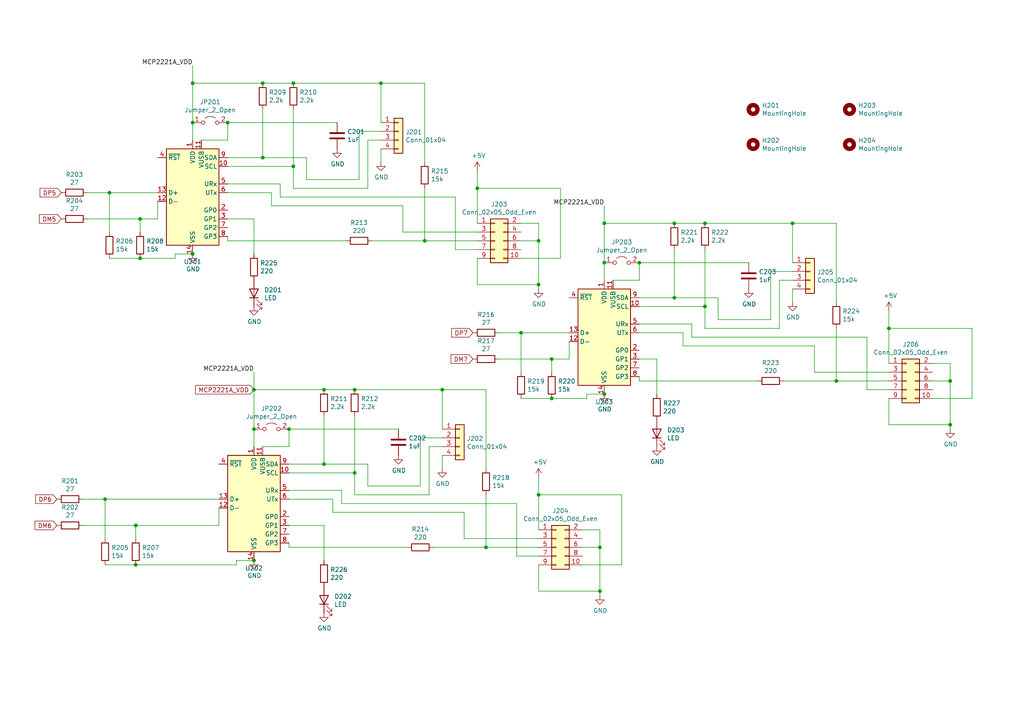
<source format=kicad_sch>
(kicad_sch (version 20211123) (generator eeschema)
  (paper "A4")
  (lib_symbols
    (symbol "445project_hub-rescue:MCP2221AxSL-Interface_USB-445project_hub-rescue-445project_hub-rescue"
      (property "Reference" "U" (at -7.62 16.51 0))
      (property "Value" "MCP2221AxSL-Interface_USB-445project_hub-rescue-445project_hub-rescue" (at 12.7 16.51 0))
      (symbol "MCP2221AxSL-Interface_USB-445project_hub-rescue-445project_hub-rescue_0_1"
        (rectangle (start -7.62 15.24) (end 7.62 -12.7) (stroke (width 0.254)) (fill (type background)))
      )
      (symbol "MCP2221AxSL-Interface_USB-445project_hub-rescue-445project_hub-rescue_1_1"
        (pin power_in line (at 0 17.78 270) (length 2.54) (name "VDD") (number "1"))
        (pin bidirectional line (at 10.16 10.16 180) (length 2.54) (name "SCL") (number "10"))
        (pin passive line (at 2.54 17.78 270) (length 2.54) (name "VUSB") (number "11"))
        (pin bidirectional line (at -10.16 0 0) (length 2.54) (name "D-") (number "12"))
        (pin bidirectional line (at -10.16 2.54 0) (length 2.54) (name "D+") (number "13"))
        (pin power_in line (at 0 -15.24 90) (length 2.54) (name "VSS") (number "14"))
        (pin bidirectional line (at 10.16 -2.54 180) (length 2.54) (name "GP0") (number "2"))
        (pin bidirectional line (at 10.16 -5.08 180) (length 2.54) (name "GP1") (number "3"))
        (pin input line (at -10.16 12.7 0) (length 2.54) (name "~{RST}") (number "4"))
        (pin input line (at 10.16 5.08 180) (length 2.54) (name "URx") (number "5"))
        (pin output line (at 10.16 2.54 180) (length 2.54) (name "UTx") (number "6"))
        (pin bidirectional line (at 10.16 -7.62 180) (length 2.54) (name "GP2") (number "7"))
        (pin bidirectional line (at 10.16 -10.16 180) (length 2.54) (name "GP3") (number "8"))
        (pin bidirectional line (at 10.16 12.7 180) (length 2.54) (name "SDA") (number "9"))
      )
    )
    (symbol "Connector_Generic:Conn_01x04" (pin_names (offset 1.016) hide)
      (property "Reference" "J" (at 0 5.08 0))
      (property "Value" "Conn_01x04" (at 0 -7.62 0))
      (symbol "Conn_01x04_1_1"
        (rectangle (start -1.27 -4.953) (end 0 -5.207) (stroke (width 0.1524)))
        (rectangle (start -1.27 -2.413) (end 0 -2.667) (stroke (width 0.1524)))
        (rectangle (start -1.27 0.127) (end 0 -0.127) (stroke (width 0.1524)))
        (rectangle (start -1.27 2.667) (end 0 2.413) (stroke (width 0.1524)))
        (rectangle (start -1.27 3.81) (end 1.27 -6.35) (stroke (width 0.254)) (fill (type background)))
        (pin passive line (at -5.08 2.54 0) (length 3.81) (name "Pin_1") (number "1"))
        (pin passive line (at -5.08 0 0) (length 3.81) (name "Pin_2") (number "2"))
        (pin passive line (at -5.08 -2.54 0) (length 3.81) (name "Pin_3") (number "3"))
        (pin passive line (at -5.08 -5.08 0) (length 3.81) (name "Pin_4") (number "4"))
      )
    )
    (symbol "Connector_Generic:Conn_02x05_Odd_Even" (pin_names (offset 1.016) hide)
      (property "Reference" "J" (at 1.27 7.62 0))
      (property "Value" "Conn_02x05_Odd_Even" (at 1.27 -7.62 0))
      (symbol "Conn_02x05_Odd_Even_1_1"
        (rectangle (start -1.27 -4.953) (end 0 -5.207) (stroke (width 0.1524)))
        (rectangle (start -1.27 -2.413) (end 0 -2.667) (stroke (width 0.1524)))
        (rectangle (start -1.27 0.127) (end 0 -0.127) (stroke (width 0.1524)))
        (rectangle (start -1.27 2.667) (end 0 2.413) (stroke (width 0.1524)))
        (rectangle (start -1.27 5.207) (end 0 4.953) (stroke (width 0.1524)))
        (rectangle (start -1.27 6.35) (end 3.81 -6.35) (stroke (width 0.254)) (fill (type background)))
        (rectangle (start 3.81 -4.953) (end 2.54 -5.207) (stroke (width 0.1524)))
        (rectangle (start 3.81 -2.413) (end 2.54 -2.667) (stroke (width 0.1524)))
        (rectangle (start 3.81 0.127) (end 2.54 -0.127) (stroke (width 0.1524)))
        (rectangle (start 3.81 2.667) (end 2.54 2.413) (stroke (width 0.1524)))
        (rectangle (start 3.81 5.207) (end 2.54 4.953) (stroke (width 0.1524)))
        (pin passive line (at -5.08 5.08 0) (length 3.81) (name "Pin_1") (number "1"))
        (pin passive line (at 7.62 -5.08 180) (length 3.81) (name "Pin_10") (number "10"))
        (pin passive line (at 7.62 5.08 180) (length 3.81) (name "Pin_2") (number "2"))
        (pin passive line (at -5.08 2.54 0) (length 3.81) (name "Pin_3") (number "3"))
        (pin passive line (at 7.62 2.54 180) (length 3.81) (name "Pin_4") (number "4"))
        (pin passive line (at -5.08 0 0) (length 3.81) (name "Pin_5") (number "5"))
        (pin passive line (at 7.62 0 180) (length 3.81) (name "Pin_6") (number "6"))
        (pin passive line (at -5.08 -2.54 0) (length 3.81) (name "Pin_7") (number "7"))
        (pin passive line (at 7.62 -2.54 180) (length 3.81) (name "Pin_8") (number "8"))
        (pin passive line (at -5.08 -5.08 0) (length 3.81) (name "Pin_9") (number "9"))
      )
    )
    (symbol "Device:C" (pin_numbers hide) (pin_names (offset 0.254))
      (property "Reference" "C" (at 0.635 2.54 0))
      (property "Value" "C" (at 0.635 -2.54 0))
      (symbol "C_0_1"
        (polyline (pts (xy -2.032 -0.762) (xy 2.032 -0.762)) (stroke (width 0.508)))
        (polyline (pts (xy -2.032 0.762) (xy 2.032 0.762)) (stroke (width 0.508)))
      )
      (symbol "C_1_1"
        (pin passive line (at 0 3.81 270) (length 2.794) (name "~") (number "1"))
        (pin passive line (at 0 -3.81 90) (length 2.794) (name "~") (number "2"))
      )
    )
    (symbol "Device:LED" (pin_numbers hide) (pin_names (offset 1.016) hide)
      (property "Reference" "D" (at 0 2.54 0))
      (property "Value" "LED" (at 0 -2.54 0))
      (symbol "LED_0_1"
        (polyline (pts (xy -1.27 -1.27) (xy -1.27 1.27)) (stroke (width 0.254)))
        (polyline (pts (xy -1.27 0) (xy 1.27 0)))
        (polyline (pts (xy 1.27 -1.27) (xy 1.27 1.27) (xy -1.27 0) (xy 1.27 -1.27)) (stroke (width 0.254)))
        (polyline (pts (xy -3.048 -0.762) (xy -4.572 -2.286) (xy -3.81 -2.286) (xy -4.572 -2.286) (xy -4.572 -1.524)))
        (polyline (pts (xy -1.778 -0.762) (xy -3.302 -2.286) (xy -2.54 -2.286) (xy -3.302 -2.286) (xy -3.302 -1.524)))
      )
      (symbol "LED_1_1"
        (pin passive line (at -3.81 0 0) (length 2.54) (name "K") (number "1"))
        (pin passive line (at 3.81 0 180) (length 2.54) (name "A") (number "2"))
      )
    )
    (symbol "Device:R" (pin_numbers hide) (pin_names (offset 0))
      (property "Reference" "R" (at 2.032 0 90))
      (property "Value" "R" (at 0 0 90))
      (symbol "R_0_1"
        (rectangle (start -1.016 -2.54) (end 1.016 2.54) (stroke (width 0.254)))
      )
      (symbol "R_1_1"
        (pin passive line (at 0 3.81 270) (length 1.27) (name "~") (number "1"))
        (pin passive line (at 0 -3.81 90) (length 1.27) (name "~") (number "2"))
      )
    )
    (symbol "Jumper:Jumper_2_Open" (pin_names (offset 0) hide)
      (property "Reference" "JP" (at 0 2.794 0))
      (property "Value" "Jumper_2_Open" (at 0 -2.286 0))
      (symbol "Jumper_2_Open_0_0"
        (circle (center -2.032 0) (radius 0.508))
        (circle (center 2.032 0) (radius 0.508))
      )
      (symbol "Jumper_2_Open_0_1"
        (arc (start 1.524 1.27) (mid 0 1.778) (end -1.524 1.27))
      )
      (symbol "Jumper_2_Open_1_1"
        (pin passive line (at -5.08 0 0) (length 2.54) (name "A") (number "1"))
        (pin passive line (at 5.08 0 180) (length 2.54) (name "B") (number "2"))
      )
    )
    (symbol "Mechanical:MountingHole" (pin_names (offset 1.016))
      (property "Reference" "H" (at 0 5.08 0))
      (property "Value" "MountingHole" (at 0 3.175 0))
      (symbol "MountingHole_0_1"
        (circle (center 0 0) (radius 1.27) (stroke (width 1.27)))
      )
    )
    (symbol "power:+5V" (power) (pin_names (offset 0))
      (property "Value" "+5V" (at 0 3.556 0))
      (symbol "+5V_0_1"
        (polyline (pts (xy -0.762 1.27) (xy 0 2.54)))
        (polyline (pts (xy 0 0) (xy 0 2.54)))
        (polyline (pts (xy 0 2.54) (xy 0.762 1.27)))
      )
      (symbol "+5V_1_1"
        (pin power_in line (at 0 0 90) (length 0) hide (name "+5V") (number "1"))
      )
    )
    (symbol "power:GND" (power) (pin_names (offset 0))
      (property "Value" "GND" (at 0 -3.81 0))
      (symbol "GND_0_1"
        (polyline (pts (xy 0 0) (xy 0 -1.27) (xy 1.27 -1.27) (xy 0 -2.54) (xy -1.27 -1.27) (xy 0 -1.27)))
      )
      (symbol "GND_1_1"
        (pin power_in line (at 0 0 270) (length 0) hide (name "GND") (number "1"))
      )
    )
  )
  (junction (at 204.47 64.77))
  (junction (at 76.2 45.72))
  (junction (at 85.09 48.26))
  (junction (at 123.19 69.85))
  (junction (at 156.21 143.51))
  (junction (at 30.48 144.78))
  (junction (at 275.59 110.49))
  (junction (at 93.98 113.03))
  (junction (at 242.57 110.49))
  (junction (at 76.2 24.13))
  (junction (at 102.87 113.03))
  (junction (at 73.66 124.46))
  (junction (at 66.04 35.56))
  (junction (at 195.58 86.36))
  (junction (at 151.13 96.52))
  (junction (at 138.43 54.61))
  (junction (at 110.49 24.13))
  (junction (at 229.87 64.77))
  (junction (at 175.26 76.2))
  (junction (at 160.02 104.14))
  (junction (at 55.88 73.66))
  (junction (at 173.99 171.45))
  (junction (at 185.42 76.2))
  (junction (at 73.66 113.03))
  (junction (at 160.02 115.57))
  (junction (at 55.88 35.56))
  (junction (at 85.09 24.13))
  (junction (at 39.37 152.4))
  (junction (at 73.66 162.56))
  (junction (at 31.75 55.88))
  (junction (at 128.27 113.03))
  (junction (at 55.88 24.13))
  (junction (at 140.97 158.75))
  (junction (at 39.37 163.83))
  (junction (at 257.81 95.25))
  (junction (at 275.59 123.19))
  (junction (at 93.98 134.62))
  (junction (at 156.21 82.55))
  (junction (at 83.82 124.46))
  (junction (at 173.99 158.75))
  (junction (at 40.64 74.93))
  (junction (at 156.21 69.85))
  (junction (at 204.47 88.9))
  (junction (at 175.26 114.3))
  (junction (at 40.64 63.5))
  (junction (at 175.26 64.77))
  (junction (at 102.87 137.16))
  (junction (at 195.58 64.77))
  (wire (pts (xy 106.68 134.62) (xy 106.68 140.97)))
  (wire (pts (xy 99.06 142.24) (xy 99.06 146.05)))
  (wire (pts (xy 25.4 63.5) (xy 40.64 63.5)))
  (wire (pts (xy 257.81 95.25) (xy 281.94 95.25)))
  (wire (pts (xy 156.21 153.67) (xy 156.21 143.51)))
  (wire (pts (xy 257.81 123.19) (xy 275.59 123.19)))
  (wire (pts (xy 229.87 64.77) (xy 229.87 76.2)))
  (wire (pts (xy 85.09 54.61) (xy 106.68 54.61)))
  (wire (pts (xy 257.81 95.25) (xy 257.81 90.17)))
  (wire (pts (xy 66.04 55.88) (xy 78.74 55.88)))
  (wire (pts (xy 168.91 158.75) (xy 173.99 158.75)))
  (wire (pts (xy 68.58 163.83) (xy 68.58 162.56)))
  (wire (pts (xy 180.34 163.83) (xy 168.91 163.83)))
  (wire (pts (xy 149.86 146.05) (xy 149.86 161.29)))
  (wire (pts (xy 226.06 95.25) (xy 226.06 81.28)))
  (wire (pts (xy 83.82 158.75) (xy 83.82 157.48)))
  (wire (pts (xy 190.5 104.14) (xy 185.42 104.14)))
  (wire (pts (xy 123.19 69.85) (xy 107.95 69.85)))
  (wire (pts (xy 134.62 156.21) (xy 134.62 148.59)))
  (wire (pts (xy 140.97 158.75) (xy 125.73 158.75)))
  (wire (pts (xy 73.66 73.66) (xy 73.66 63.5)))
  (wire (pts (xy 162.56 74.93) (xy 151.13 74.93)))
  (wire (pts (xy 76.2 45.72) (xy 88.9 45.72)))
  (wire (pts (xy 185.42 110.49) (xy 185.42 109.22)))
  (wire (pts (xy 195.58 86.36) (xy 208.28 86.36)))
  (wire (pts (xy 156.21 143.51) (xy 180.34 143.51)))
  (wire (pts (xy 173.99 172.72) (xy 173.99 171.45)))
  (wire (pts (xy 110.49 43.18) (xy 110.49 46.99)))
  (wire (pts (xy 55.88 19.05) (xy 55.88 24.13)))
  (wire (pts (xy 110.49 38.1) (xy 104.14 38.1)))
  (wire (pts (xy 185.42 86.36) (xy 195.58 86.36)))
  (wire (pts (xy 151.13 96.52) (xy 144.78 96.52)))
  (wire (pts (xy 257.81 110.49) (xy 242.57 110.49)))
  (wire (pts (xy 50.8 74.93) (xy 50.8 73.66)))
  (wire (pts (xy 175.26 64.77) (xy 175.26 76.2)))
  (wire (pts (xy 40.64 67.31) (xy 40.64 63.5)))
  (wire (pts (xy 30.48 156.21) (xy 30.48 144.78)))
  (wire (pts (xy 102.87 143.51) (xy 124.46 143.51)))
  (wire (pts (xy 73.66 113.03) (xy 73.66 124.46)))
  (wire (pts (xy 83.82 144.78) (xy 96.52 144.78)))
  (wire (pts (xy 275.59 105.41) (xy 270.51 105.41)))
  (wire (pts (xy 31.75 55.88) (xy 25.4 55.88)))
  (wire (pts (xy 76.2 45.72) (xy 76.2 31.75)))
  (wire (pts (xy 55.88 24.13) (xy 76.2 24.13)))
  (wire (pts (xy 200.66 93.98) (xy 200.66 97.79)))
  (wire (pts (xy 138.43 54.61) (xy 162.56 54.61)))
  (wire (pts (xy 138.43 74.93) (xy 138.43 82.55)))
  (wire (pts (xy 93.98 113.03) (xy 102.87 113.03)))
  (wire (pts (xy 185.42 88.9) (xy 204.47 88.9)))
  (wire (pts (xy 30.48 163.83) (xy 39.37 163.83)))
  (wire (pts (xy 156.21 143.51) (xy 156.21 138.43)))
  (wire (pts (xy 156.21 64.77) (xy 151.13 64.77)))
  (wire (pts (xy 229.87 78.74) (xy 223.52 78.74)))
  (wire (pts (xy 140.97 113.03) (xy 128.27 113.03)))
  (wire (pts (xy 195.58 64.77) (xy 204.47 64.77)))
  (wire (pts (xy 200.66 97.79) (xy 251.46 97.79)))
  (wire (pts (xy 173.99 171.45) (xy 173.99 158.75)))
  (wire (pts (xy 170.18 114.3) (xy 175.26 114.3)))
  (wire (pts (xy 151.13 107.95) (xy 151.13 96.52)))
  (wire (pts (xy 144.78 104.14) (xy 160.02 104.14)))
  (wire (pts (xy 223.52 78.74) (xy 223.52 92.71)))
  (wire (pts (xy 88.9 52.07) (xy 104.14 52.07)))
  (wire (pts (xy 58.42 40.64) (xy 66.04 40.64)))
  (wire (pts (xy 132.08 57.15) (xy 132.08 72.39)))
  (wire (pts (xy 123.19 54.61) (xy 123.19 69.85)))
  (wire (pts (xy 31.75 74.93) (xy 40.64 74.93)))
  (wire (pts (xy 76.2 24.13) (xy 85.09 24.13)))
  (wire (pts (xy 195.58 86.36) (xy 195.58 72.39)))
  (wire (pts (xy 123.19 46.99) (xy 123.19 24.13)))
  (wire (pts (xy 226.06 81.28) (xy 229.87 81.28)))
  (wire (pts (xy 81.28 57.15) (xy 132.08 57.15)))
  (wire (pts (xy 83.82 142.24) (xy 99.06 142.24)))
  (wire (pts (xy 106.68 54.61) (xy 106.68 40.64)))
  (wire (pts (xy 76.2 129.54) (xy 83.82 129.54)))
  (wire (pts (xy 156.21 163.83) (xy 156.21 171.45)))
  (wire (pts (xy 66.04 53.34) (xy 81.28 53.34)))
  (wire (pts (xy 156.21 69.85) (xy 156.21 64.77)))
  (wire (pts (xy 102.87 113.03) (xy 128.27 113.03)))
  (wire (pts (xy 165.1 96.52) (xy 151.13 96.52)))
  (wire (pts (xy 242.57 87.63) (xy 242.57 64.77)))
  (wire (pts (xy 270.51 110.49) (xy 275.59 110.49)))
  (wire (pts (xy 204.47 95.25) (xy 204.47 88.9)))
  (wire (pts (xy 177.8 81.28) (xy 185.42 81.28)))
  (wire (pts (xy 156.21 156.21) (xy 134.62 156.21)))
  (wire (pts (xy 66.04 48.26) (xy 85.09 48.26)))
  (wire (pts (xy 165.1 104.14) (xy 160.02 104.14)))
  (wire (pts (xy 66.04 45.72) (xy 76.2 45.72)))
  (wire (pts (xy 93.98 134.62) (xy 106.68 134.62)))
  (wire (pts (xy 30.48 144.78) (xy 24.13 144.78)))
  (wire (pts (xy 275.59 110.49) (xy 275.59 105.41)))
  (wire (pts (xy 251.46 113.03) (xy 257.81 113.03)))
  (wire (pts (xy 242.57 64.77) (xy 229.87 64.77)))
  (wire (pts (xy 24.13 152.4) (xy 39.37 152.4)))
  (wire (pts (xy 190.5 114.3) (xy 190.5 104.14)))
  (wire (pts (xy 185.42 81.28) (xy 185.42 76.2)))
  (wire (pts (xy 96.52 144.78) (xy 96.52 148.59)))
  (wire (pts (xy 242.57 110.49) (xy 227.33 110.49)))
  (wire (pts (xy 104.14 38.1) (xy 104.14 52.07)))
  (wire (pts (xy 281.94 115.57) (xy 270.51 115.57)))
  (wire (pts (xy 175.26 64.77) (xy 195.58 64.77)))
  (wire (pts (xy 73.66 107.95) (xy 73.66 113.03)))
  (wire (pts (xy 73.66 113.03) (xy 93.98 113.03)))
  (wire (pts (xy 140.97 135.89) (xy 140.97 113.03)))
  (wire (pts (xy 165.1 104.14) (xy 165.1 99.06)))
  (wire (pts (xy 128.27 127) (xy 121.92 127)))
  (wire (pts (xy 39.37 163.83) (xy 68.58 163.83)))
  (wire (pts (xy 180.34 143.51) (xy 180.34 163.83)))
  (wire (pts (xy 257.81 115.57) (xy 257.81 123.19)))
  (wire (pts (xy 160.02 115.57) (xy 170.18 115.57)))
  (wire (pts (xy 85.09 24.13) (xy 110.49 24.13)))
  (wire (pts (xy 156.21 171.45) (xy 173.99 171.45)))
  (wire (pts (xy 151.13 69.85) (xy 156.21 69.85)))
  (wire (pts (xy 124.46 129.54) (xy 128.27 129.54)))
  (wire (pts (xy 160.02 107.95) (xy 160.02 104.14)))
  (wire (pts (xy 66.04 40.64) (xy 66.04 35.56)))
  (wire (pts (xy 66.04 69.85) (xy 66.04 68.58)))
  (wire (pts (xy 93.98 152.4) (xy 83.82 152.4)))
  (wire (pts (xy 242.57 95.25) (xy 242.57 110.49)))
  (wire (pts (xy 102.87 143.51) (xy 102.87 137.16)))
  (wire (pts (xy 138.43 82.55) (xy 156.21 82.55)))
  (wire (pts (xy 257.81 105.41) (xy 257.81 95.25)))
  (wire (pts (xy 175.26 59.69) (xy 175.26 64.77)))
  (wire (pts (xy 170.18 115.57) (xy 170.18 114.3)))
  (wire (pts (xy 31.75 67.31) (xy 31.75 55.88)))
  (wire (pts (xy 204.47 95.25) (xy 226.06 95.25)))
  (wire (pts (xy 83.82 134.62) (xy 93.98 134.62)))
  (wire (pts (xy 236.22 107.95) (xy 236.22 100.33)))
  (wire (pts (xy 55.88 24.13) (xy 55.88 35.56)))
  (wire (pts (xy 50.8 73.66) (xy 55.88 73.66)))
  (wire (pts (xy 162.56 54.61) (xy 162.56 74.93)))
  (wire (pts (xy 40.64 74.93) (xy 50.8 74.93)))
  (wire (pts (xy 185.42 93.98) (xy 200.66 93.98)))
  (wire (pts (xy 78.74 59.69) (xy 116.84 59.69)))
  (wire (pts (xy 151.13 115.57) (xy 160.02 115.57)))
  (wire (pts (xy 85.09 48.26) (xy 85.09 31.75)))
  (wire (pts (xy 156.21 82.55) (xy 156.21 69.85)))
  (wire (pts (xy 173.99 158.75) (xy 173.99 153.67)))
  (wire (pts (xy 198.12 100.33) (xy 236.22 100.33)))
  (wire (pts (xy 257.81 107.95) (xy 236.22 107.95)))
  (wire (pts (xy 149.86 161.29) (xy 156.21 161.29)))
  (wire (pts (xy 138.43 69.85) (xy 123.19 69.85)))
  (wire (pts (xy 100.33 69.85) (xy 66.04 69.85)))
  (wire (pts (xy 106.68 40.64) (xy 110.49 40.64)))
  (wire (pts (xy 219.71 110.49) (xy 185.42 110.49)))
  (wire (pts (xy 116.84 67.31) (xy 116.84 59.69)))
  (wire (pts (xy 124.46 143.51) (xy 124.46 129.54)))
  (wire (pts (xy 132.08 72.39) (xy 138.43 72.39)))
  (wire (pts (xy 88.9 45.72) (xy 88.9 52.07)))
  (wire (pts (xy 45.72 55.88) (xy 31.75 55.88)))
  (wire (pts (xy 73.66 63.5) (xy 66.04 63.5)))
  (wire (pts (xy 175.26 76.2) (xy 175.26 81.28)))
  (wire (pts (xy 156.21 83.82) (xy 156.21 82.55)))
  (wire (pts (xy 78.74 55.88) (xy 78.74 59.69)))
  (wire (pts (xy 128.27 113.03) (xy 128.27 124.46)))
  (wire (pts (xy 102.87 137.16) (xy 102.87 120.65)))
  (wire (pts (xy 204.47 88.9) (xy 204.47 72.39)))
  (wire (pts (xy 96.52 148.59) (xy 134.62 148.59)))
  (wire (pts (xy 138.43 64.77) (xy 138.43 54.61)))
  (wire (pts (xy 45.72 63.5) (xy 45.72 58.42)))
  (wire (pts (xy 39.37 156.21) (xy 39.37 152.4)))
  (wire (pts (xy 63.5 144.78) (xy 30.48 144.78)))
  (wire (pts (xy 208.28 86.36) (xy 208.28 92.71)))
  (wire (pts (xy 85.09 54.61) (xy 85.09 48.26)))
  (wire (pts (xy 45.72 63.5) (xy 40.64 63.5)))
  (wire (pts (xy 97.79 35.56) (xy 66.04 35.56)))
  (wire (pts (xy 118.11 158.75) (xy 83.82 158.75)))
  (wire (pts (xy 185.42 96.52) (xy 198.12 96.52)))
  (wire (pts (xy 121.92 127) (xy 121.92 140.97)))
  (wire (pts (xy 73.66 124.46) (xy 73.66 129.54)))
  (wire (pts (xy 138.43 54.61) (xy 138.43 49.53)))
  (wire (pts (xy 123.19 24.13) (xy 110.49 24.13)))
  (wire (pts (xy 110.49 24.13) (xy 110.49 35.56)))
  (wire (pts (xy 93.98 162.56) (xy 93.98 152.4)))
  (wire (pts (xy 106.68 140.97) (xy 121.92 140.97)))
  (wire (pts (xy 93.98 134.62) (xy 93.98 120.65)))
  (wire (pts (xy 281.94 95.25) (xy 281.94 115.57)))
  (wire (pts (xy 115.57 124.46) (xy 83.82 124.46)))
  (wire (pts (xy 81.28 53.34) (xy 81.28 57.15)))
  (wire (pts (xy 138.43 67.31) (xy 116.84 67.31)))
  (wire (pts (xy 251.46 97.79) (xy 251.46 113.03)))
  (wire (pts (xy 99.06 146.05) (xy 149.86 146.05)))
  (wire (pts (xy 198.12 96.52) (xy 198.12 100.33)))
  (wire (pts (xy 156.21 158.75) (xy 140.97 158.75)))
  (wire (pts (xy 68.58 162.56) (xy 73.66 162.56)))
  (wire (pts (xy 55.88 35.56) (xy 55.88 40.64)))
  (wire (pts (xy 140.97 143.51) (xy 140.97 158.75)))
  (wire (pts (xy 39.37 152.4) (xy 63.5 152.4)))
  (wire (pts (xy 63.5 152.4) (xy 63.5 147.32)))
  (wire (pts (xy 204.47 64.77) (xy 229.87 64.77)))
  (wire (pts (xy 128.27 132.08) (xy 128.27 135.89)))
  (wire (pts (xy 173.99 153.67) (xy 168.91 153.67)))
  (wire (pts (xy 229.87 83.82) (xy 229.87 87.63)))
  (wire (pts (xy 83.82 129.54) (xy 83.82 124.46)))
  (wire (pts (xy 208.28 92.71) (xy 223.52 92.71)))
  (wire (pts (xy 83.82 137.16) (xy 102.87 137.16)))
  (wire (pts (xy 275.59 123.19) (xy 275.59 110.49)))
  (wire (pts (xy 217.17 76.2) (xy 185.42 76.2)))
  (wire (pts (xy 275.59 124.46) (xy 275.59 123.19)))
  (label "MCP2221A_VDD" (at 55.88 19.05 180))
  (label "MCP2221A_VDD" (at 73.66 107.95 180))
  (label "MCP2221A_VDD" (at 175.26 59.69 180))
  (global_label "DP7" (shape input) (at 137.16 96.52 180) (property "Intersheet References" "${INTERSHEET_REFS}" (effects hide)))
  (global_label "DM5" (shape input) (at 17.78 63.5 180) (property "Intersheet References" "${INTERSHEET_REFS}" (effects hide)))
  (global_label "DM6" (shape input) (at 16.51 152.4 180) (property "Intersheet References" "${INTERSHEET_REFS}" (effects hide)))
  (global_label "DP6" (shape input) (at 16.51 144.78 180) (property "Intersheet References" "${INTERSHEET_REFS}" (effects hide)))
  (global_label "DP5" (shape input) (at 17.78 55.88 180) (property "Intersheet References" "${INTERSHEET_REFS}" (effects hide)))
  (global_label "MCP2221A_VDD" (shape input) (at 73.66 113.03 180) (property "Intersheet References" "${INTERSHEET_REFS}" (effects hide)))
  (global_label "DM7" (shape input) (at 137.16 104.14 180) (property "Intersheet References" "${INTERSHEET_REFS}" (effects hide)))
  (symbol (lib_id "Device:R") (at 93.98 166.37 0) (unit 1)
    (property "Reference" "R226" (at 95.758 165.2016 0) (effects (justify left)))
    (property "Value" "220" (at 95.758 167.513 0) (effects (justify left)))
    (property "Footprint" "Resistor_SMD:R_0603_1608Metric_Pad1.05x0.95mm_HandSolder" (effects hide))
  )
  (symbol (lib_id "Device:LED") (at 93.98 173.99 90) (unit 1)
    (property "Reference" "D202" (at 96.9518 172.9994 90) (effects (justify right)))
    (property "Value" "LED" (at 96.9518 175.3108 90) (effects (justify right)))
    (property "Footprint" "LED_THT:LED_D5.0mm" (effects hide))
  )
  (symbol (lib_id "power:GND") (at 93.98 177.8 0) (unit 1)
    (property "Reference" "#PWR0217" (effects hide))
    (property "Value" "GND" (at 94.107 182.1942 0))
  )
  (symbol (lib_id "Device:R") (at 190.5 118.11 0) (unit 1)
    (property "Reference" "R227" (at 192.278 116.9416 0) (effects (justify left)))
    (property "Value" "220" (at 192.278 119.253 0) (effects (justify left)))
    (property "Footprint" "Resistor_SMD:R_0603_1608Metric_Pad1.05x0.95mm_HandSolder" (effects hide))
  )
  (symbol (lib_id "Device:LED") (at 190.5 125.73 90) (unit 1)
    (property "Reference" "D203" (at 193.4718 124.7394 90) (effects (justify right)))
    (property "Value" "LED" (at 193.4718 127.0508 90) (effects (justify right)))
    (property "Footprint" "LED_THT:LED_D5.0mm" (effects hide))
  )
  (symbol (lib_id "power:GND") (at 190.5 129.54 0) (unit 1)
    (property "Reference" "#PWR0218" (effects hide))
    (property "Value" "GND" (at 190.627 133.9342 0))
  )
  (symbol (lib_id "Device:R") (at 73.66 77.47 0) (unit 1)
    (property "Reference" "R225" (at 75.438 76.3016 0) (effects (justify left)))
    (property "Value" "220" (at 75.438 78.613 0) (effects (justify left)))
    (property "Footprint" "Resistor_SMD:R_0603_1608Metric_Pad1.05x0.95mm_HandSolder" (effects hide))
  )
  (symbol (lib_id "Device:LED") (at 73.66 85.09 90) (unit 1)
    (property "Reference" "D201" (at 76.6318 84.0994 90) (effects (justify right)))
    (property "Value" "LED" (at 76.6318 86.4108 90) (effects (justify right)))
    (property "Footprint" "LED_THT:LED_D5.0mm" (effects hide))
  )
  (symbol (lib_id "power:GND") (at 73.66 88.9 0) (unit 1)
    (property "Reference" "#PWR0216" (effects hide))
    (property "Value" "GND" (at 73.787 93.2942 0))
  )
  (symbol (lib_id "Mechanical:MountingHole") (at 218.44 31.75 0) (unit 1)
    (property "Reference" "H201" (at 220.98 30.5816 0) (effects (justify left)))
    (property "Value" "MountingHole" (at 220.98 32.893 0) (effects (justify left)))
    (property "Footprint" "MountingHole:MountingHole_3.2mm_M3" (effects hide))
  )
  (symbol (lib_id "Mechanical:MountingHole") (at 246.38 31.75 0) (unit 1)
    (property "Reference" "H203" (at 248.92 30.5816 0) (effects (justify left)))
    (property "Value" "MountingHole" (at 248.92 32.893 0) (effects (justify left)))
    (property "Footprint" "MountingHole:MountingHole_3.2mm_M3" (effects hide))
  )
  (symbol (lib_id "Mechanical:MountingHole") (at 218.44 41.91 0) (unit 1)
    (property "Reference" "H202" (at 220.98 40.7416 0) (effects (justify left)))
    (property "Value" "MountingHole" (at 220.98 43.053 0) (effects (justify left)))
    (property "Footprint" "MountingHole:MountingHole_3.2mm_M3" (effects hide))
  )
  (symbol (lib_id "Mechanical:MountingHole") (at 246.38 41.91 0) (unit 1)
    (property "Reference" "H204" (at 248.92 40.7416 0) (effects (justify left)))
    (property "Value" "MountingHole" (at 248.92 43.053 0) (effects (justify left)))
    (property "Footprint" "MountingHole:MountingHole_3.2mm_M3" (effects hide))
  )
  (symbol (lib_id "445project_hub-rescue:MCP2221AxSL-Interface_USB-445project_hub-rescue-445project_hub-rescue") (at 55.88 58.42 0) (unit 1)
    (property "Reference" "U201" (at 55.88 75.9206 0))
    (property "Datasheet" "http://ww1.microchip.com/downloads/en/DeviceDoc/20005565B.pdf" (effects hide))
  )
  (symbol (lib_id "Device:R") (at 21.59 55.88 270) (unit 1)
    (property "Reference" "R203" (at 21.59 50.6222 90))
    (property "Value" "27" (at 21.59 52.9336 90))
    (property "Footprint" "Resistor_SMD:R_0603_1608Metric_Pad1.05x0.95mm_HandSolder" (effects hide))
  )
  (symbol (lib_id "Device:R") (at 21.59 63.5 270) (unit 1)
    (property "Reference" "R204" (at 21.59 58.2422 90))
    (property "Value" "27" (at 21.59 60.5536 90))
    (property "Footprint" "Resistor_SMD:R_0603_1608Metric_Pad1.05x0.95mm_HandSolder" (effects hide))
  )
  (symbol (lib_id "Device:R") (at 31.75 71.12 0) (unit 1)
    (property "Reference" "R206" (at 33.528 69.9516 0) (effects (justify left)))
    (property "Value" "15k" (at 33.528 72.263 0) (effects (justify left)))
    (property "Footprint" "Resistor_SMD:R_0603_1608Metric_Pad1.05x0.95mm_HandSolder" (effects hide))
  )
  (symbol (lib_id "Device:R") (at 40.64 71.12 0) (unit 1)
    (property "Reference" "R208" (at 42.418 69.9516 0) (effects (justify left)))
    (property "Value" "15k" (at 42.418 72.263 0) (effects (justify left)))
    (property "Footprint" "Resistor_SMD:R_0603_1608Metric_Pad1.05x0.95mm_HandSolder" (effects hide))
  )
  (symbol (lib_id "power:GND") (at 55.88 73.66 0) (unit 1)
    (property "Reference" "#PWR0201" (effects hide))
    (property "Value" "GND" (at 56.007 78.0542 0))
  )
  (symbol (lib_id "Jumper:Jumper_2_Open") (at 60.96 35.56 0) (unit 1)
    (property "Reference" "JP201" (at 60.96 29.591 0))
    (property "Value" "Jumper_2_Open" (at 60.96 31.9024 0))
    (property "Footprint" "Resistor_SMD:R_0805_2012Metric_Pad1.15x1.40mm_HandSolder" (effects hide))
  )
  (symbol (lib_id "Device:C") (at 97.79 39.37 0) (unit 1)
    (property "Reference" "C201" (at 100.711 38.2016 0) (effects (justify left)))
    (property "Value" "1uF" (at 100.711 40.513 0) (effects (justify left)))
    (property "Footprint" "Capacitor_SMD:C_0805_2012Metric_Pad1.15x1.40mm_HandSolder" (effects hide))
  )
  (symbol (lib_id "power:GND") (at 97.79 43.18 0) (unit 1)
    (property "Reference" "#PWR0203" (effects hide))
    (property "Value" "GND" (at 97.917 47.5742 0))
  )
  (symbol (lib_id "Device:R") (at 85.09 27.94 0) (unit 1)
    (property "Reference" "R210" (at 86.868 26.7716 0) (effects (justify left)))
    (property "Value" "2.2k" (at 86.868 29.083 0) (effects (justify left)))
    (property "Footprint" "Resistor_SMD:R_0603_1608Metric_Pad1.05x0.95mm_HandSolder" (effects hide))
  )
  (symbol (lib_id "Device:R") (at 76.2 27.94 0) (unit 1)
    (property "Reference" "R209" (at 77.978 26.7716 0) (effects (justify left)))
    (property "Value" "2.2k" (at 77.978 29.083 0) (effects (justify left)))
    (property "Footprint" "Resistor_SMD:R_0603_1608Metric_Pad1.05x0.95mm_HandSolder" (effects hide))
  )
  (symbol (lib_id "Connector_Generic:Conn_02x05_Odd_Even") (at 143.51 69.85 0) (unit 1)
    (property "Reference" "J203" (at 144.78 59.2582 0))
    (property "Value" "Conn_02x05_Odd_Even" (at 144.78 61.5696 0))
    (property "Footprint" "Connector_PinHeader_2.54mm:PinHeader_2x05_P2.54mm_Horizontal" (effects hide))
  )
  (symbol (lib_id "power:+5V") (at 138.43 49.53 0) (unit 1)
    (property "Reference" "#PWR0207" (effects hide))
    (property "Value" "+5V" (at 138.811 45.1358 0))
  )
  (symbol (lib_id "power:GND") (at 156.21 83.82 0) (unit 1)
    (property "Reference" "#PWR0208" (effects hide))
    (property "Value" "GND" (at 156.337 88.2142 0))
  )
  (symbol (lib_id "Device:R") (at 123.19 50.8 0) (unit 1)
    (property "Reference" "R215" (at 124.968 49.6316 0) (effects (justify left)))
    (property "Value" "15k" (at 124.968 51.943 0) (effects (justify left)))
    (property "Footprint" "Resistor_SMD:R_0603_1608Metric_Pad1.05x0.95mm_HandSolder" (effects hide))
  )
  (symbol (lib_id "Device:R") (at 104.14 69.85 270) (unit 1)
    (property "Reference" "R213" (at 104.14 64.5922 90))
    (property "Value" "220" (at 104.14 66.9036 90))
    (property "Footprint" "Resistor_SMD:R_0603_1608Metric_Pad1.05x0.95mm_HandSolder" (effects hide))
  )
  (symbol (lib_id "Connector_Generic:Conn_01x04") (at 115.57 38.1 0) (unit 1)
    (property "Reference" "J201" (at 117.602 38.3032 0) (effects (justify left)))
    (property "Value" "Conn_01x04" (at 117.602 40.6146 0) (effects (justify left)))
    (property "Footprint" "Connector_PinHeader_2.54mm:PinHeader_1x04_P2.54mm_Vertical" (effects hide))
  )
  (symbol (lib_id "power:GND") (at 110.49 46.99 0) (unit 1)
    (property "Reference" "#PWR0204" (effects hide))
    (property "Value" "GND" (at 110.617 51.3842 0))
  )
  (symbol (lib_id "445project_hub-rescue:MCP2221AxSL-Interface_USB-445project_hub-rescue-445project_hub-rescue") (at 73.66 147.32 0) (unit 1)
    (property "Reference" "U202" (at 73.66 164.8206 0))
    (property "Datasheet" "http://ww1.microchip.com/downloads/en/DeviceDoc/20005565B.pdf" (effects hide))
  )
  (symbol (lib_id "Device:R") (at 20.32 144.78 270) (unit 1)
    (property "Reference" "R201" (at 20.32 139.5222 90))
    (property "Value" "27" (at 20.32 141.8336 90))
    (property "Footprint" "Resistor_SMD:R_0603_1608Metric_Pad1.05x0.95mm_HandSolder" (effects hide))
  )
  (symbol (lib_id "Device:R") (at 20.32 152.4 270) (unit 1)
    (property "Reference" "R202" (at 20.32 147.1422 90))
    (property "Value" "27" (at 20.32 149.4536 90))
    (property "Footprint" "Resistor_SMD:R_0603_1608Metric_Pad1.05x0.95mm_HandSolder" (effects hide))
  )
  (symbol (lib_id "Device:R") (at 30.48 160.02 0) (unit 1)
    (property "Reference" "R205" (at 32.258 158.8516 0) (effects (justify left)))
    (property "Value" "15k" (at 32.258 161.163 0) (effects (justify left)))
    (property "Footprint" "Resistor_SMD:R_0603_1608Metric_Pad1.05x0.95mm_HandSolder" (effects hide))
  )
  (symbol (lib_id "Device:R") (at 39.37 160.02 0) (unit 1)
    (property "Reference" "R207" (at 41.148 158.8516 0) (effects (justify left)))
    (property "Value" "15k" (at 41.148 161.163 0) (effects (justify left)))
    (property "Footprint" "Resistor_SMD:R_0603_1608Metric_Pad1.05x0.95mm_HandSolder" (effects hide))
  )
  (symbol (lib_id "power:GND") (at 73.66 162.56 0) (unit 1)
    (property "Reference" "#PWR0202" (effects hide))
    (property "Value" "GND" (at 73.787 166.9542 0))
  )
  (symbol (lib_id "Jumper:Jumper_2_Open") (at 78.74 124.46 0) (unit 1)
    (property "Reference" "JP202" (at 78.74 118.491 0))
    (property "Value" "Jumper_2_Open" (at 78.74 120.8024 0))
    (property "Footprint" "Resistor_SMD:R_0805_2012Metric_Pad1.15x1.40mm_HandSolder" (effects hide))
  )
  (symbol (lib_id "Device:C") (at 115.57 128.27 0) (unit 1)
    (property "Reference" "C202" (at 118.491 127.1016 0) (effects (justify left)))
    (property "Value" "1uF" (at 118.491 129.413 0) (effects (justify left)))
    (property "Footprint" "Capacitor_SMD:C_0805_2012Metric_Pad1.15x1.40mm_HandSolder" (effects hide))
  )
  (symbol (lib_id "power:GND") (at 115.57 132.08 0) (unit 1)
    (property "Reference" "#PWR0205" (effects hide))
    (property "Value" "GND" (at 115.697 136.4742 0))
  )
  (symbol (lib_id "Device:R") (at 102.87 116.84 0) (unit 1)
    (property "Reference" "R212" (at 104.648 115.6716 0) (effects (justify left)))
    (property "Value" "2.2k" (at 104.648 117.983 0) (effects (justify left)))
    (property "Footprint" "Resistor_SMD:R_0603_1608Metric_Pad1.05x0.95mm_HandSolder" (effects hide))
  )
  (symbol (lib_id "Device:R") (at 93.98 116.84 0) (unit 1)
    (property "Reference" "R211" (at 95.758 115.6716 0) (effects (justify left)))
    (property "Value" "2.2k" (at 95.758 117.983 0) (effects (justify left)))
    (property "Footprint" "Resistor_SMD:R_0603_1608Metric_Pad1.05x0.95mm_HandSolder" (effects hide))
  )
  (symbol (lib_id "Connector_Generic:Conn_02x05_Odd_Even") (at 161.29 158.75 0) (unit 1)
    (property "Reference" "J204" (at 162.56 148.1582 0))
    (property "Value" "Conn_02x05_Odd_Even" (at 162.56 150.4696 0))
    (property "Footprint" "Connector_PinHeader_2.54mm:PinHeader_2x05_P2.54mm_Horizontal" (effects hide))
  )
  (symbol (lib_id "power:+5V") (at 156.21 138.43 0) (unit 1)
    (property "Reference" "#PWR0209" (effects hide))
    (property "Value" "+5V" (at 156.591 134.0358 0))
  )
  (symbol (lib_id "power:GND") (at 173.99 172.72 0) (unit 1)
    (property "Reference" "#PWR0210" (effects hide))
    (property "Value" "GND" (at 174.117 177.1142 0))
  )
  (symbol (lib_id "Device:R") (at 140.97 139.7 0) (unit 1)
    (property "Reference" "R218" (at 142.748 138.5316 0) (effects (justify left)))
    (property "Value" "15k" (at 142.748 140.843 0) (effects (justify left)))
    (property "Footprint" "Resistor_SMD:R_0603_1608Metric_Pad1.05x0.95mm_HandSolder" (effects hide))
  )
  (symbol (lib_id "Device:R") (at 121.92 158.75 270) (unit 1)
    (property "Reference" "R214" (at 121.92 153.4922 90))
    (property "Value" "220" (at 121.92 155.8036 90))
    (property "Footprint" "Resistor_SMD:R_0603_1608Metric_Pad1.05x0.95mm_HandSolder" (effects hide))
  )
  (symbol (lib_id "Connector_Generic:Conn_01x04") (at 133.35 127 0) (unit 1)
    (property "Reference" "J202" (at 135.382 127.2032 0) (effects (justify left)))
    (property "Value" "Conn_01x04" (at 135.382 129.5146 0) (effects (justify left)))
    (property "Footprint" "Connector_PinHeader_2.54mm:PinHeader_1x04_P2.54mm_Vertical" (effects hide))
  )
  (symbol (lib_id "power:GND") (at 128.27 135.89 0) (unit 1)
    (property "Reference" "#PWR0206" (effects hide))
    (property "Value" "GND" (at 128.397 140.2842 0))
  )
  (symbol (lib_id "445project_hub-rescue:MCP2221AxSL-Interface_USB-445project_hub-rescue-445project_hub-rescue") (at 175.26 99.06 0) (unit 1)
    (property "Reference" "U203" (at 175.26 116.5606 0))
    (property "Datasheet" "http://ww1.microchip.com/downloads/en/DeviceDoc/20005565B.pdf" (effects hide))
  )
  (symbol (lib_id "Device:R") (at 140.97 96.52 270) (unit 1)
    (property "Reference" "R216" (at 140.97 91.2622 90))
    (property "Value" "27" (at 140.97 93.5736 90))
    (property "Footprint" "Resistor_SMD:R_0603_1608Metric_Pad1.05x0.95mm_HandSolder" (effects hide))
  )
  (symbol (lib_id "Device:R") (at 140.97 104.14 270) (unit 1)
    (property "Reference" "R217" (at 140.97 98.8822 90))
    (property "Value" "27" (at 140.97 101.1936 90))
    (property "Footprint" "Resistor_SMD:R_0603_1608Metric_Pad1.05x0.95mm_HandSolder" (effects hide))
  )
  (symbol (lib_id "Device:R") (at 151.13 111.76 0) (unit 1)
    (property "Reference" "R219" (at 152.908 110.5916 0) (effects (justify left)))
    (property "Value" "15k" (at 152.908 112.903 0) (effects (justify left)))
    (property "Footprint" "Resistor_SMD:R_0603_1608Metric_Pad1.05x0.95mm_HandSolder" (effects hide))
  )
  (symbol (lib_id "Device:R") (at 160.02 111.76 0) (unit 1)
    (property "Reference" "R220" (at 161.798 110.5916 0) (effects (justify left)))
    (property "Value" "15k" (at 161.798 112.903 0) (effects (justify left)))
    (property "Footprint" "Resistor_SMD:R_0603_1608Metric_Pad1.05x0.95mm_HandSolder" (effects hide))
  )
  (symbol (lib_id "power:GND") (at 175.26 114.3 0) (unit 1)
    (property "Reference" "#PWR0211" (effects hide))
    (property "Value" "GND" (at 175.387 118.6942 0))
  )
  (symbol (lib_id "Jumper:Jumper_2_Open") (at 180.34 76.2 0) (unit 1)
    (property "Reference" "JP203" (at 180.34 70.231 0))
    (property "Value" "Jumper_2_Open" (at 180.34 72.5424 0))
    (property "Footprint" "Resistor_SMD:R_0805_2012Metric_Pad1.15x1.40mm_HandSolder" (effects hide))
  )
  (symbol (lib_id "Device:C") (at 217.17 80.01 0) (unit 1)
    (property "Reference" "C203" (at 220.091 78.8416 0) (effects (justify left)))
    (property "Value" "1uF" (at 220.091 81.153 0) (effects (justify left)))
    (property "Footprint" "Capacitor_SMD:C_0805_2012Metric_Pad1.15x1.40mm_HandSolder" (effects hide))
  )
  (symbol (lib_id "power:GND") (at 217.17 83.82 0) (unit 1)
    (property "Reference" "#PWR0212" (effects hide))
    (property "Value" "GND" (at 217.297 88.2142 0))
  )
  (symbol (lib_id "Device:R") (at 204.47 68.58 0) (unit 1)
    (property "Reference" "R222" (at 206.248 67.4116 0) (effects (justify left)))
    (property "Value" "2.2k" (at 206.248 69.723 0) (effects (justify left)))
    (property "Footprint" "Resistor_SMD:R_0603_1608Metric_Pad1.05x0.95mm_HandSolder" (effects hide))
  )
  (symbol (lib_id "Device:R") (at 195.58 68.58 0) (unit 1)
    (property "Reference" "R221" (at 197.358 67.4116 0) (effects (justify left)))
    (property "Value" "2.2k" (at 197.358 69.723 0) (effects (justify left)))
    (property "Footprint" "Resistor_SMD:R_0603_1608Metric_Pad1.05x0.95mm_HandSolder" (effects hide))
  )
  (symbol (lib_id "Connector_Generic:Conn_02x05_Odd_Even") (at 262.89 110.49 0) (unit 1)
    (property "Reference" "J206" (at 264.16 99.8982 0))
    (property "Value" "Conn_02x05_Odd_Even" (at 264.16 102.2096 0))
    (property "Footprint" "Connector_PinHeader_2.54mm:PinHeader_2x05_P2.54mm_Horizontal" (effects hide))
  )
  (symbol (lib_id "power:+5V") (at 257.81 90.17 0) (unit 1)
    (property "Reference" "#PWR0214" (effects hide))
    (property "Value" "+5V" (at 258.191 85.7758 0))
  )
  (symbol (lib_id "power:GND") (at 275.59 124.46 0) (unit 1)
    (property "Reference" "#PWR0215" (effects hide))
    (property "Value" "GND" (at 275.717 128.8542 0))
  )
  (symbol (lib_id "Device:R") (at 242.57 91.44 0) (unit 1)
    (property "Reference" "R224" (at 244.348 90.2716 0) (effects (justify left)))
    (property "Value" "15k" (at 244.348 92.583 0) (effects (justify left)))
    (property "Footprint" "Resistor_SMD:R_0603_1608Metric_Pad1.05x0.95mm_HandSolder" (effects hide))
  )
  (symbol (lib_id "Device:R") (at 223.52 110.49 270) (unit 1)
    (property "Reference" "R223" (at 223.52 105.2322 90))
    (property "Value" "220" (at 223.52 107.5436 90))
    (property "Footprint" "Resistor_SMD:R_0603_1608Metric_Pad1.05x0.95mm_HandSolder" (effects hide))
  )
  (symbol (lib_id "Connector_Generic:Conn_01x04") (at 234.95 78.74 0) (unit 1)
    (property "Reference" "J205" (at 236.982 78.9432 0) (effects (justify left)))
    (property "Value" "Conn_01x04" (at 236.982 81.2546 0) (effects (justify left)))
    (property "Footprint" "Connector_PinHeader_2.54mm:PinHeader_1x04_P2.54mm_Vertical" (effects hide))
  )
  (symbol (lib_id "power:GND") (at 229.87 87.63 0) (unit 1)
    (property "Reference" "#PWR0213" (effects hide))
    (property "Value" "GND" (at 229.997 92.0242 0))
  )
)
</source>
